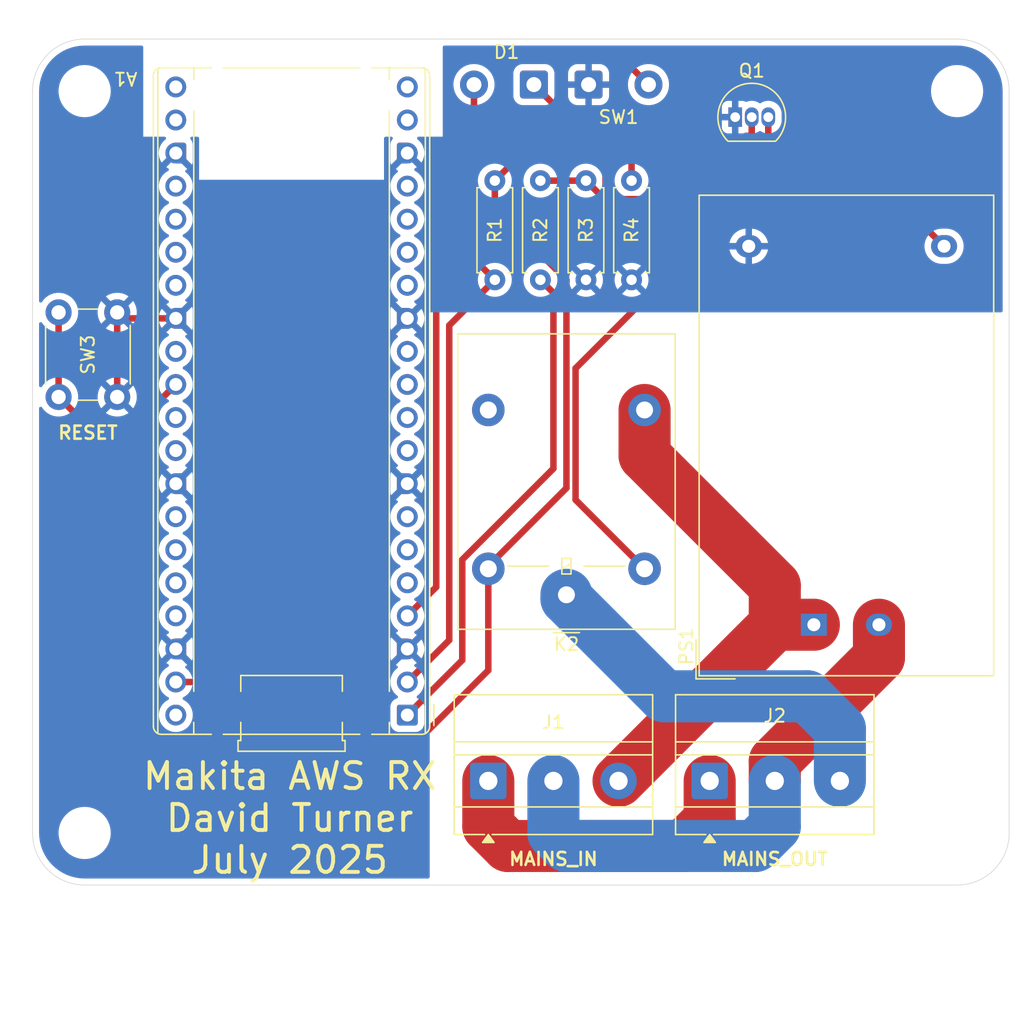
<source format=kicad_pcb>
(kicad_pcb (version 20241229) (generator "pcbnew") (generator_version "9.0")
  (layers (0 "F.Cu" signal) (2 "B.Cu" signal) (13 "F.Paste" user) (15 "B.Paste" user) (5 "F.SilkS" user "F.Silkscreen") (7 "B.SilkS" user "B.Silkscreen") (1 "F.Mask" user) (3 "B.Mask" user) (25 "Edge.Cuts" user))
  (net 0 "")
  (net 4 "GND")
  (net 6 "/SW_PUSH")
  (net 19 "/COIL")
  (net 20 "/LED")
  (net 28 "+5V")
  (net 29 "/RUN")
  (net 34 "Net-(D1-K)")
  (net 35 "/MAINS_N")
  (net 36 "/MAINS_L_IN")
  (net 37 "/MAINS_L_OUT")
  (net 38 "Net-(Q1-G)")
  (net 39 "Net-(Q1-D)")
  (net 40 "/MAINS_E")
  (footprint "Connector_Wire:SolderWire-0.5sqmm_1x02_P4.6mm_D0.9mm_OD2.1mm" (layer "F.Cu") (at 198 55.5 180)
    (property "Reference" "D1" (at 2.1 2.5 0) (layer "F.SilkS"))
    (property "Value" "LED")
    (pad "1" thru_hole roundrect (at 0 0 180) (size 2.15 2.15) (drill 1.15) (layers "*.Cu" "*.Mask") (roundrect_rratio 0.116279) (net 34 "Net-(D1-K)"))
    (pad "2" thru_hole circle (at 4.6 0 180) (size 2.15 2.15) (drill 1.15) (layers "*.Cu" "*.Mask") (net 20 "/LED"))
  )
  (footprint "Resistor_THT:R_Axial_DIN0207_L6.3mm_D2.5mm_P7.62mm_Horizontal" (layer "F.Cu") (at 198.5 70.5 90)
    (property "Reference" "R2" (at 3.81 0 90) (layer "F.SilkS"))
    (property "Value" "10k")
    (fp_line (start 7.08 -1.37) (end 7.08 -1.04) (stroke (width 0.12)) (layer "F.SilkS"))
    (fp_line (start 0.54 -1.37) (end 7.08 -1.37) (stroke (width 0.12)) (layer "F.SilkS"))
    (fp_line (start 0.54 -1.04) (end 0.54 -1.37) (stroke (width 0.12)) (layer "F.SilkS"))
    (fp_line (start 0.54 1.04) (end 0.54 1.37) (stroke (width 0.12)) (layer "F.SilkS"))
    (fp_line (start 7.08 1.37) (end 7.08 1.04) (stroke (width 0.12)) (layer "F.SilkS"))
    (fp_line (start 0.54 1.37) (end 7.08 1.37) (stroke (width 0.12)) (layer "F.SilkS"))
    (pad "1" thru_hole circle (at 0 0 90) (size 1.6 1.6) (drill 0.8) (layers "*.Cu" "*.Mask") (net 19 "/COIL"))
    (pad "2" thru_hole circle (at 7.62 0 90) (size 1.6 1.6) (drill 0.8) (layers "*.Cu" "*.Mask") (net 38 "Net-(Q1-G)"))
  )
  (footprint "MountingHole:MountingHole_3.5mm" (layer "F.Cu") (at 230.5 56)
    (property "Reference" "H2" (hide yes))
    (property "Value" "MountingHole")
    (pad "" np_thru_hole circle (at 0 0) (size 3.5 3.5) (drill 3.5) (layers "*.Cu" "*.Mask"))
  )
  (footprint "Package_TO_SOT_THT:TO-92_Inline" (layer "F.Cu") (at 213.46 58)
    (property "Reference" "Q1" (at 1.27 -3.56 0) (layer "F.SilkS"))
    (property "Value" "2N7000")
    (fp_line (start -0.53 1.85) (end 3.07 1.85) (stroke (width 0.12)) (layer "F.SilkS"))
    (fp_arc (start -0.568478 1.838478) (mid -1.132087 -0.994977) (end 1.27 -2.6) (stroke (width 0.12)) (layer "F.SilkS"))
    (fp_arc (start 1.27 -2.6) (mid 3.672087 -0.994977) (end 3.108478 1.838478) (stroke (width 0.12)) (layer "F.SilkS"))
    (pad "1" thru_hole rect (at 0 0) (size 1.05 1.5) (drill 0.75) (layers "*.Cu" "*.Mask") (net 4 "GND"))
    (pad "2" thru_hole oval (at 1.27 0) (size 1.05 1.5) (drill 0.75) (layers "*.Cu" "*.Mask") (net 38 "Net-(Q1-G)"))
    (pad "3" thru_hole oval (at 2.54 0) (size 1.05 1.5) (drill 0.75) (layers "*.Cu" "*.Mask") (net 39 "Net-(Q1-D)"))
  )
  (footprint "TerminalBlock_MetzConnect:TerminalBlock_MetzConnect_Type011_RT05503HBLC_1x03_P5.00mm_Horizontal" (layer "F.Cu") (at 194.5 109)
    (property "Reference" "J1" (at 5 -4.5 0) (layer "F.SilkS"))
    (property "Value" "MAINS_IN" (at 5 6 0) (layer "F.SilkS") (effects (font (thickness 0.2) (bold yes))))
    (fp_line (start -2.62 -6.62) (end -2.62 4.12) (stroke (width 0.12)) (layer "F.SilkS"))
    (fp_line (start -2.62 -6.62) (end 12.62 -6.62) (stroke (width 0.12)) (layer "F.SilkS"))
    (fp_line (start -2.62 -3) (end 12.62 -3) (stroke (width 0.12)) (layer "F.SilkS"))
    (fp_line (start -2.62 -2) (end 12.62 -2) (stroke (width 0.12)) (layer "F.SilkS"))
    (fp_line (start -2.62 2) (end 12.62 2) (stroke (width 0.12)) (layer "F.SilkS"))
    (fp_line (start -2.62 4.12) (end -0.3 4.12) (stroke (width 0.12)) (layer "F.SilkS"))
    (fp_line (start 0.3 4.12) (end 12.62 4.12) (stroke (width 0.12)) (layer "F.SilkS"))
    (fp_line (start 12.62 -6.62) (end 12.62 4.12) (stroke (width 0.12)) (layer "F.SilkS"))
    (fp_poly (pts (xy 0 4.12) (xy 0.44 4.73) (xy -0.44 4.73)) (stroke (width 0.12)) (fill yes) (layer "F.SilkS"))
    (pad "1" thru_hole roundrect (at 0 0) (size 2.8 2.8) (drill 1.4) (layers "*.Cu" "*.Mask") (roundrect_rratio 0.089286) (net 40 "/MAINS_E"))
    (pad "2" thru_hole circle (at 5 0) (size 2.8 2.8) (drill 1.4) (layers "*.Cu" "*.Mask") (net 35 "/MAINS_N"))
    (pad "3" thru_hole circle (at 10 0) (size 2.8 2.8) (drill 1.4) (layers "*.Cu" "*.Mask") (net 36 "/MAINS_L_IN"))
  )
  (footprint "Resistor_THT:R_Axial_DIN0207_L6.3mm_D2.5mm_P7.62mm_Horizontal" (layer "F.Cu") (at 202 70.5 90)
    (property "Reference" "R3" (at 3.81 0 90) (layer "F.SilkS"))
    (property "Value" "10k")
    (fp_line (start 7.08 -1.37) (end 7.08 -1.04) (stroke (width 0.12)) (layer "F.SilkS"))
    (fp_line (start 0.54 -1.37) (end 7.08 -1.37) (stroke (width 0.12)) (layer "F.SilkS"))
    (fp_line (start 0.54 -1.04) (end 0.54 -1.37) (stroke (width 0.12)) (layer "F.SilkS"))
    (fp_line (start 0.54 1.04) (end 0.54 1.37) (stroke (width 0.12)) (layer "F.SilkS"))
    (fp_line (start 7.08 1.37) (end 7.08 1.04) (stroke (width 0.12)) (layer "F.SilkS"))
    (fp_line (start 0.54 1.37) (end 7.08 1.37) (stroke (width 0.12)) (layer "F.SilkS"))
    (pad "1" thru_hole circle (at 0 0 90) (size 1.6 1.6) (drill 0.8) (layers "*.Cu" "*.Mask") (net 4 "GND"))
    (pad "2" thru_hole circle (at 7.62 0 90) (size 1.6 1.6) (drill 0.8) (layers "*.Cu" "*.Mask") (net 38 "Net-(Q1-G)"))
  )
  (footprint "Resistor_THT:R_Axial_DIN0207_L6.3mm_D2.5mm_P7.62mm_Horizontal" (layer "F.Cu") (at 205.5 62.88 -90)
    (property "Reference" "R4" (at 3.81 0 90) (layer "F.SilkS"))
    (property "Value" "470")
    (fp_line (start 0.54 1.37) (end 7.08 1.37) (stroke (width 0.12)) (layer "F.SilkS"))
    (fp_line (start 7.08 1.37) (end 7.08 1.04) (stroke (width 0.12)) (layer "F.SilkS"))
    (fp_line (start 0.54 1.04) (end 0.54 1.37) (stroke (width 0.12)) (layer "F.SilkS"))
    (fp_line (start 0.54 -1.04) (end 0.54 -1.37) (stroke (width 0.12)) (layer "F.SilkS"))
    (fp_line (start 0.54 -1.37) (end 7.08 -1.37) (stroke (width 0.12)) (layer "F.SilkS"))
    (fp_line (start 7.08 -1.37) (end 7.08 -1.04) (stroke (width 0.12)) (layer "F.SilkS"))
    (pad "1" thru_hole circle (at 0 0 270) (size 1.6 1.6) (drill 0.8) (layers "*.Cu" "*.Mask") (net 34 "Net-(D1-K)"))
    (pad "2" thru_hole circle (at 7.62 0 270) (size 1.6 1.6) (drill 0.8) (layers "*.Cu" "*.Mask") (net 4 "GND"))
  )
  (footprint "Connector_Wire:SolderWire-0.5sqmm_1x02_P4.6mm_D0.9mm_OD2.1mm" (layer "F.Cu") (at 202.2 55.5)
    (property "Reference" "SW1" (at 2.3 2.5 0) (layer "F.SilkS"))
    (property "Value" "SW_Push")
    (pad "1" thru_hole roundrect (at 0 0) (size 2.15 2.15) (drill 1.15) (layers "*.Cu" "*.Mask") (roundrect_rratio 0.116279) (net 4 "GND"))
    (pad "2" thru_hole circle (at 4.6 0) (size 2.15 2.15) (drill 1.15) (layers "*.Cu" "*.Mask") (net 6 "/SW_PUSH"))
  )
  (footprint "Module:RaspberryPi_Pico_Common_THT" (layer "F.Cu") (at 188.28 103.94 180)
    (property "Reference" "A1" (at 20.6375 48.895 180) (layer "F.SilkS") (effects (justify left)))
    (property "Value" "RaspberryPi_Pico_W")
    (fp_line (start 19.5 -0.87) (end 19.5 49.13) (stroke (width 0.12)) (layer "F.SilkS"))
    (fp_line (start 19.16 49.677) (end 19.16 -1.417) (stroke (width 0.12)) (layer "F.SilkS"))
    (fp_line (start 18.89 -1.48) (end 16.4 -1.48) (stroke (width 0.12)) (layer "F.SilkS"))
    (fp_line (start 16.4 48.82648) (end 16.4 49.74) (stroke (width 0.12)) (layer "F.SilkS"))
    (fp_line (start 16.4 1.82648) (end 16.4 46.43352) (stroke (width 0.12)) (layer "F.SilkS"))
    (fp_line (start 16.4 -1.48) (end 16.4 -0.56648) (stroke (width 0.12)) (layer "F.SilkS"))
    (fp_line (start 15.052061 49.74) (end 18.89 49.74) (stroke (width 0.12)) (layer "F.SilkS"))
    (fp_line (start 15.052061 -1.48) (end 16.4 -1.48) (stroke (width 0.12)) (layer "F.SilkS"))
    (fp_line (start 14.127939 49.74) (end 12.49 49.74) (stroke (width 0.12)) (layer "F.SilkS"))
    (fp_line (start 13.125 -1.48) (end 14.127939 -1.48) (stroke (width 0.12)) (layer "F.SilkS"))
    (fp_line (start 13 -1.96) (end 12.79 -1.96) (stroke (width 0.12)) (layer "F.SilkS"))
    (fp_line (start 13 -2.78) (end 13 -1.96) (stroke (width 0.12)) (layer "F.SilkS"))
    (fp_line (start 12.79 3.04) (end 4.99 3.04) (stroke (width 0.12)) (layer "F.SilkS"))
    (fp_line (start 12.79 1.824) (end 12.79 3.04) (stroke (width 0.12)) (layer "F.SilkS"))
    (fp_line (start 12.79 -1.96) (end 12.79 -0.564) (stroke (width 0.12)) (layer "F.SilkS"))
    (fp_line (start 12.49 49.74) (end 5.29 49.74) (stroke (width 0.12)) (layer "F.SilkS"))
    (fp_line (start 5.29 49.74) (end 3.652061 49.74) (stroke (width 0.12)) (layer "F.SilkS"))
    (fp_line (start 4.99 1.824) (end 4.99 3.04) (stroke (width 0.12)) (layer "F.SilkS"))
    (fp_line (start 4.99 -1.96) (end 4.99 -0.564) (stroke (width 0.12)) (layer "F.SilkS"))
    (fp_line (start 4.78 -1.96) (end 4.99 -1.96) (stroke (width 0.12)) (layer "F.SilkS"))
    (fp_line (start 4.78 -2.78) (end 13 -2.78) (stroke (width 0.12)) (layer "F.SilkS"))
    (fp_line (start 4.78 -2.78) (end 4.78 -1.96) (stroke (width 0.12)) (layer "F.SilkS"))
    (fp_line (start 4.655 -1.48) (end 13.125 -1.48) (stroke (width 0.12)) (layer "F.SilkS"))
    (fp_line (start 3.652061 -1.48) (end 4.655 -1.48) (stroke (width 0.12)) (layer "F.SilkS"))
    (fp_line (start 1.38 48.82648) (end 1.38 49.74) (stroke (width 0.12)) (layer "F.SilkS"))
    (fp_line (start 1.38 1.82648) (end 1.38 46.43352) (stroke (width 0.12)) (layer "F.SilkS"))
    (fp_line (start 1.38 -1.48) (end 2.72794 -1.48) (stroke (width 0.12)) (layer "F.SilkS"))
    (fp_line (start 1.38 -1.48) (end 1.38 -0.56648) (stroke (width 0.12)) (layer "F.SilkS"))
    (fp_line (start -1.11 49.74) (end 2.727939 49.74) (stroke (width 0.12)) (layer "F.SilkS"))
    (fp_line (start -1.11 -1.48) (end 1.38 -1.48) (stroke (width 0.12)) (layer "F.SilkS"))
    (fp_line (start -1.38 -1.417) (end -1.38 49.677) (stroke (width 0.12)) (layer "F.SilkS"))
    (fp_line (start -1.72 -0.87) (end -1.72 49.13) (stroke (width 0.12)) (layer "F.SilkS"))
    (fp_line (start -2.04 0.8) (end -2.04 -0.8) (stroke (width 0.12)) (layer "F.SilkS"))
    (fp_arc (start 19.5 49.13) (mid 19.321335 49.561335) (end 18.89 49.74) (stroke (width 0.12)) (layer "F.SilkS"))
    (fp_arc (start 18.89 -1.48) (mid 19.321335 -1.301335) (end 19.5 -0.87) (stroke (width 0.12)) (layer "F.SilkS"))
    (fp_arc (start -1.11 49.74) (mid -1.541364 49.561364) (end -1.72 49.13) (stroke (width 0.12)) (layer "F.SilkS"))
    (fp_arc (start -1.72 -0.87) (mid -1.541335 -1.301335) (end -1.11 -1.48) (stroke (width 0.12)) (layer "F.SilkS"))
    (pad "1" thru_hole roundrect (at 0 0 180) (size 1.6 1.6) (drill 1) (layers "*.Cu" "*.Mask") (roundrect_rratio 0.125) (net 19 "/COIL"))
    (pad "2" thru_hole circle (at 0 2.54 180) (size 1.6 1.6) (drill 1) (layers "*.Cu" "*.Mask") (net 6 "/SW_PUSH"))
    (pad "3" thru_hole custom (at 0 5.08 180) (size 1.6 1.6) (drill 1) (layers "*.Cu" "*.Mask") (net 4 "GND") (options (clearance outline) (anchor circle)) (primitives (gr_poly (pts (xy 0.8 0.6) (xy 0.8 -0.6) (xy 0.6 -0.8) (xy 0 -0.8) (xy 0 0.8) (xy 0.6 0.8)) (width 0) (fill yes)) (gr_circle (center 0.6 0.6) (end 0.8 0.6) (width 0) (fill yes)) (gr_circle (center 0.6 -0.6) (end 0.8 -0.6) (width 0) (fill yes))))
    (pad "4" thru_hole circle (at 0 7.62 180) (size 1.6 1.6) (drill 1) (layers "*.Cu" "*.Mask") (net 20 "/LED"))
    (pad "5" thru_hole circle (at 0 10.16 180) (size 1.6 1.6) (drill 1) (layers "*.Cu" "*.Mask"))
    (pad "6" thru_hole circle (at 0 12.7 180) (size 1.6 1.6) (drill 1) (layers "*.Cu" "*.Mask"))
    (pad "7" thru_hole circle (at 0 15.24 180) (size 1.6 1.6) (drill 1) (layers "*.Cu" "*.Mask"))
    (pad "8" thru_hole custom (at 0 17.78 180) (size 1.6 1.6) (drill 1) (layers "*.Cu" "*.Mask") (net 4 "GND") (options (clearance outline) (anchor circle)) (primitives (gr_poly (pts (xy 0.8 0.6) (xy 0.8 -0.6) (xy 0.6 -0.8) (xy 0 -0.8) (xy 0 0.8) (xy 0.6 0.8)) (width 0) (fill yes)) (gr_circle (center 0.6 0.6) (end 0.8 0.6) (width 0) (fill yes)) (gr_circle (center 0.6 -0.6) (end 0.8 -0.6) (width 0) (fill yes))))
    (pad "9" thru_hole circle (at 0 20.32 180) (size 1.6 1.6) (drill 1) (layers "*.Cu" "*.Mask"))
    (pad "10" thru_hole circle (at 0 22.86 180) (size 1.6 1.6) (drill 1) (layers "*.Cu" "*.Mask"))
    (pad "11" thru_hole circle (at 0 25.4 180) (size 1.6 1.6) (drill 1) (layers "*.Cu" "*.Mask"))
    (pad "12" thru_hole circle (at 0 27.94 180) (size 1.6 1.6) (drill 1) (layers "*.Cu" "*.Mask"))
    (pad "13" thru_hole custom (at 0 30.48 180) (size 1.6 1.6) (drill 1) (layers "*.Cu" "*.Mask") (net 4 "GND") (options (clearance outline) (anchor circle)) (primitives (gr_poly (pts (xy 0.8 0.6) (xy 0.8 -0.6) (xy 0.6 -0.8) (xy 0 -0.8) (xy 0 0.8) (xy 0.6 0.8)) (width 0) (fill yes)) (gr_circle (center 0.6 0.6) (end 0.8 0.6) (width 0) (fill yes)) (gr_circle (center 0.6 -0.6) (end 0.8 -0.6) (width 0) (fill yes))))
    (pad "14" thru_hole circle (at 0 33.02 180) (size 1.6 1.6) (drill 1) (layers "*.Cu" "*.Mask"))
    (pad "15" thru_hole circle (at 0 35.56 180) (size 1.6 1.6) (drill 1) (layers "*.Cu" "*.Mask"))
    (pad "16" thru_hole circle (at 0 38.1 180) (size 1.6 1.6) (drill 1) (layers "*.Cu" "*.Mask"))
    (pad "17" thru_hole circle (at 0 40.64 180) (size 1.6 1.6) (drill 1) (layers "*.Cu" "*.Mask"))
    (pad "18" thru_hole custom (at 0 43.18 180) (size 1.6 1.6) (drill 1) (layers "*.Cu" "*.Mask") (net 4 "GND") (options (clearance outline) (anchor circle)) (primitives (gr_poly (pts (xy 0.8 0.6) (xy 0.8 -0.6) (xy 0.6 -0.8) (xy 0 -0.8) (xy 0 0.8) (xy 0.6 0.8)) (width 0) (fill yes)) (gr_circle (center 0.6 0.6) (end 0.8 0.6) (width 0) (fill yes)) (gr_circle (center 0.6 -0.6) (end 0.8 -0.6) (width 0) (fill yes))))
    (pad "19" thru_hole circle (at 0 45.72 180) (size 1.6 1.6) (drill 1) (layers "*.Cu" "*.Mask"))
    (pad "20" thru_hole circle (at 0 48.26 180) (size 1.6 1.6) (drill 1) (layers "*.Cu" "*.Mask"))
    (pad "21" thru_hole circle (at 17.78 48.26 180) (size 1.6 1.6) (drill 1) (layers "*.Cu" "*.Mask"))
    (pad "22" thru_hole circle (at 17.78 45.72 180) (size 1.6 1.6) (drill 1) (layers "*.Cu" "*.Mask"))
    (pad "23" thru_hole custom (at 17.78 43.18 180) (size 1.6 1.6) (drill 1) (layers "*.Cu" "*.Mask") (net 4 "GND") (options (clearance outline) (anchor circle)) (primitives (gr_poly (pts (xy -0.8 0.6) (xy -0.8 -0.6) (xy -0.6 -0.8) (xy 0 -0.8) (xy 0 0.8) (xy -0.6 0.8)) (width 0) (fill yes)) (gr_circle (center -0.6 0.6) (end -0.4 0.6) (width 0) (fill yes)) (gr_circle (center -0.6 -0.6) (end -0.4 -0.6) (width 0) (fill yes))))
    (pad "24" thru_hole circle (at 17.78 40.64 180) (size 1.6 1.6) (drill 1) (layers "*.Cu" "*.Mask"))
    (pad "25" thru_hole circle (at 17.78 38.1 180) (size 1.6 1.6) (drill 1) (layers "*.Cu" "*.Mask"))
    (pad "26" thru_hole circle (at 17.78 35.56 180) (size 1.6 1.6) (drill 1) (layers "*.Cu" "*.Mask"))
    (pad "27" thru_hole circle (at 17.78 33.02 180) (size 1.6 1.6) (drill 1) (layers "*.Cu" "*.Mask"))
    (pad "28" thru_hole custom (at 17.78 30.48 180) (size 1.6 1.6) (drill 1) (layers "*.Cu" "*.Mask") (net 4 "GND") (options (clearance outline) (anchor circle)) (primitives (gr_poly (pts (xy -0.8 0.6) (xy -0.8 -0.6) (xy -0.6 -0.8) (xy 0 -0.8) (xy 0 0.8) (xy -0.6 0.8)) (width 0) (fill yes)) (gr_circle (center -0.6 0.6) (end -0.4 0.6) (width 0) (fill yes)) (gr_circle (center -0.6 -0.6) (end -0.4 -0.6) (width 0) (fill yes))))
    (pad "29" thru_hole circle (at 17.78 27.94 180) (size 1.6 1.6) (drill 1) (layers "*.Cu" "*.Mask"))
    (pad "30" thru_hole circle (at 17.78 25.4 180) (size 1.6 1.6) (drill 1) (layers "*.Cu" "*.Mask") (net 29 "/RUN"))
    (pad "31" thru_hole circle (at 17.78 22.86 180) (size 1.6 1.6) (drill 1) (layers "*.Cu" "*.Mask"))
    (pad "32" thru_hole circle (at 17.78 20.32 180) (size 1.6 1.6) (drill 1) (layers "*.Cu" "*.Mask"))
    (pad "33" thru_hole custom (at 17.78 17.78 180) (size 1.6 1.6) (drill 1) (layers "*.Cu" "*.Mask") (net 4 "GND") (options (clearance outline) (anchor circle)) (primitives (gr_poly (pts (xy -0.8 0.6) (xy -0.8 -0.6) (xy -0.6 -0.8) (xy 0 -0.8) (xy 0 0.8) (xy -0.6 0.8)) (width 0) (fill yes)) (gr_circle (center -0.6 0.6) (end -0.4 0.6) (width 0) (fill yes)) (gr_circle (center -0.6 -0.6) (end -0.4 -0.6) (width 0) (fill yes))))
    (pad "34" thru_hole circle (at 17.78 15.24 180) (size 1.6 1.6) (drill 1) (layers "*.Cu" "*.Mask"))
    (pad "35" thru_hole circle (at 17.78 12.7 180) (size 1.6 1.6) (drill 1) (layers "*.Cu" "*.Mask"))
    (pad "36" thru_hole circle (at 17.78 10.16 180) (size 1.6 1.6) (drill 1) (layers "*.Cu" "*.Mask"))
    (pad "37" thru_hole circle (at 17.78 7.62 180) (size 1.6 1.6) (drill 1) (layers "*.Cu" "*.Mask"))
    (pad "38" thru_hole custom (at 17.78 5.08 180) (size 1.6 1.6) (drill 1) (layers "*.Cu" "*.Mask") (net 4 "GND") (options (clearance outline) (anchor circle)) (primitives (gr_poly (pts (xy -0.8 0.6) (xy -0.8 -0.6) (xy -0.6 -0.8) (xy 0 -0.8) (xy 0 0.8) (xy -0.6 0.8)) (width 0) (fill yes)) (gr_circle (center -0.6 0.6) (end -0.4 0.6) (width 0) (fill yes)) (gr_circle (center -0.6 -0.6) (end -0.4 -0.6) (width 0) (fill yes))))
    (pad "39" thru_hole circle (at 17.78 2.54 180) (size 1.6 1.6) (drill 1) (layers "*.Cu" "*.Mask") (net 28 "+5V"))
    (pad "40" thru_hole circle (at 17.78 0 180) (size 1.6 1.6) (drill 1) (layers "*.Cu" "*.Mask"))
    (zone (net 0) (net_name "") (layers "F.Cu" "B.Cu" "F.Paste" "B.Paste") (name "Antenna Copper Keep Out") (connect_pads (clearance 0)) (min_thickness 0.254)
      (keepout (tracks not_allowed) (vias not_allowed) (pads not_allowed) (copperpour not_allowed) (footprints allowed))
      (fill (thermal_gap 0.508) (thermal_bridge_width 0.508))
      (polygon (pts (xy 181.79 54.820105) (xy 186.49 58.470105) (xy 186.49 62.81) (xy 172.29 62.81) (xy 172.29 58.470105) (xy 176.99 54.820105) (xy 176.99 53.81) (xy 181.79 53.81)))
    )
  )
  (footprint "MountingHole:MountingHole_3.5mm" (layer "F.Cu") (at 163.5 56)
    (property "Reference" "H1" (hide yes))
    (property "Value" "MountingHole")
    (pad "" np_thru_hole circle (at 0 0) (size 3.5 3.5) (drill 3.5) (layers "*.Cu" "*.Mask"))
  )
  (footprint "Relay_THT:Relay_SPDT_Omron-G5LE-1" (layer "F.Cu") (at 200.5 94.7 180)
    (property "Reference" "K2" (at 0 -3.8 0) (layer "F.SilkS"))
    (property "Value" "G5LE-1")
    (fp_line (start 8.35 20.05) (end 8.35 -2.65) (stroke (width 0.12)) (layer "F.SilkS"))
    (fp_line (start 8.35 -2.65) (end -8.35 -2.65) (stroke (width 0.12)) (layer "F.SilkS"))
    (fp_line (start 1.35 2.2) (end 4.5 2.2) (stroke (width 0.12)) (layer "F.SilkS"))
    (fp_line (start 0.35 2.8) (end 0.35 1.6) (stroke (width 0.12)) (layer "F.SilkS"))
    (fp_line (start 0.35 1.6) (end -0.35 1.6) (stroke (width 0.12)) (layer "F.SilkS"))
    (fp_line (start -0.35 2.8) (end 0.35 2.8) (stroke (width 0.12)) (layer "F.SilkS"))
    (fp_line (start -0.35 2.4) (end 0.35 2) (stroke (width 0.12)) (layer "F.SilkS"))
    (fp_line (start -0.35 1.6) (end -0.35 2.8) (stroke (width 0.12)) (layer "F.SilkS"))
    (fp_line (start -1 -2.91) (end 1 -2.91) (stroke (width 0.12)) (layer "F.SilkS"))
    (fp_line (start -4.5 2.2) (end -1.35 2.2) (stroke (width 0.12)) (layer "F.SilkS"))
    (fp_line (start -8.35 20.05) (end 8.35 20.05) (stroke (width 0.12)) (layer "F.SilkS"))
    (fp_line (start -8.35 -2.65) (end -8.35 20.05) (stroke (width 0.12)) (layer "F.SilkS"))
    (pad "1" thru_hole rect (at 0 0 180) (size 2.5 2.5) (drill 1.3) (layers "*.Cu" "*.Mask") (net 37 "/MAINS_L_OUT"))
    (pad "2" thru_hole oval (at -6 2 180) (size 2.5 2.5) (drill 1.3) (layers "*.Cu" "*.Mask") (net 39 "Net-(Q1-D)"))
    (pad "3" thru_hole oval (at -6 14.2 180) (size 2.5 2.5) (drill 1.3) (layers "*.Cu" "*.Mask") (net 36 "/MAINS_L_IN"))
    (pad "4" thru_hole oval (at 6 14.2 180) (size 2.5 2.5) (drill 1.3) (layers "*.Cu" "*.Mask"))
    (pad "5" thru_hole oval (at 6 2 180) (size 2.5 2.5) (drill 1.3) (layers "*.Cu" "*.Mask") (net 28 "+5V"))
  )
  (footprint "Converter_ACDC:Converter_ACDC_Hi-Link_HLK-PMxx" (layer "F.Cu") (at 219.5 97 90)
    (property "Reference" "PS1" (at -1.66 -9.79 90) (layer "F.SilkS"))
    (property "Value" "HLK-PM01")
    (fp_line (start -4.16 -9.05) (end -1.16 -9.05) (stroke (width 0.12)) (layer "F.SilkS"))
    (fp_line (start 33 -8.81) (end 33 13.81) (stroke (width 0.12)) (layer "F.SilkS"))
    (fp_line (start -3.92 -8.81) (end 33 -8.81) (stroke (width 0.12)) (layer "F.SilkS"))
    (fp_line (start -3.92 -8.81) (end -3.92 13.81) (stroke (width 0.12)) (layer "F.SilkS"))
    (fp_line (start -4.16 -6.05) (end -4.16 -9.05) (stroke (width 0.12)) (layer "F.SilkS"))
    (fp_line (start -3.92 13.81) (end 33 13.81) (stroke (width 0.12)) (layer "F.SilkS"))
    (pad "1" thru_hole rect (at 0 0 90) (size 1.7 2) (drill 1) (layers "*.Cu" "*.Mask") (net 36 "/MAINS_L_IN"))
    (pad "2" thru_hole oval (at 0 5 90) (size 1.7 2) (drill 1) (layers "*.Cu" "*.Mask") (net 35 "/MAINS_N"))
    (pad "3" thru_hole oval (at 29.08 -5 90) (size 1.7 2) (drill 1) (layers "*.Cu" "*.Mask") (net 4 "GND"))
    (pad "4" thru_hole oval (at 29.08 10 90) (size 1.7 2) (drill 1) (layers "*.Cu" "*.Mask") (net 28 "+5V"))
  )
  (footprint "MountingHole:MountingHole_3.5mm" (layer "F.Cu") (at 230.5 113)
    (property "Reference" "H4" (hide yes))
    (property "Value" "MountingHole")
    (pad "" np_thru_hole circle (at 0 0) (size 3.5 3.5) (drill 3.5) (layers "*.Cu" "*.Mask"))
  )
  (footprint "MountingHole:MountingHole_3.5mm" (layer "F.Cu") (at 163.5 113)
    (property "Reference" "H3" (hide yes))
    (property "Value" "MountingHole")
    (pad "" np_thru_hole circle (at 0 0) (size 3.5 3.5) (drill 3.5) (layers "*.Cu" "*.Mask"))
  )
  (footprint "Resistor_THT:R_Axial_DIN0207_L6.3mm_D2.5mm_P7.62mm_Horizontal" (layer "F.Cu") (at 195 62.88 -90)
    (property "Reference" "R1" (at 3.81 0 90) (layer "F.SilkS"))
    (property "Value" "10k")
    (fp_line (start 0.54 1.37) (end 7.08 1.37) (stroke (width 0.12)) (layer "F.SilkS"))
    (fp_line (start 7.08 1.37) (end 7.08 1.04) (stroke (width 0.12)) (layer "F.SilkS"))
    (fp_line (start 0.54 1.04) (end 0.54 1.37) (stroke (width 0.12)) (layer "F.SilkS"))
    (fp_line (start 0.54 -1.04) (end 0.54 -1.37) (stroke (width 0.12)) (layer "F.SilkS"))
    (fp_line (start 0.54 -1.37) (end 7.08 -1.37) (stroke (width 0.12)) (layer "F.SilkS"))
    (fp_line (start 7.08 -1.37) (end 7.08 -1.04) (stroke (width 0.12)) (layer "F.SilkS"))
    (pad "1" thru_hole circle (at 0 0 270) (size 1.6 1.6) (drill 0.8) (layers "*.Cu" "*.Mask") (net 28 "+5V"))
    (pad "2" thru_hole circle (at 7.62 0 270) (size 1.6 1.6) (drill 0.8) (layers "*.Cu" "*.Mask") (net 6 "/SW_PUSH"))
  )
  (footprint "TerminalBlock_MetzConnect:TerminalBlock_MetzConnect_Type011_RT05503HBLC_1x03_P5.00mm_Horizontal" (layer "F.Cu") (at 211.5 109)
    (property "Reference" "J2" (at 5 -5 0) (layer "F.SilkS"))
    (property "Value" "MAINS_OUT" (at 5 6 0) (layer "F.SilkS") (effects (font (thickness 0.2) (bold yes))))
    (fp_line (start -2.62 -6.62) (end -2.62 4.12) (stroke (width 0.12)) (layer "F.SilkS"))
    (fp_line (start -2.62 -6.62) (end 12.62 -6.62) (stroke (width 0.12)) (layer "F.SilkS"))
    (fp_line (start -2.62 -3) (end 12.62 -3) (stroke (width 0.12)) (layer "F.SilkS"))
    (fp_line (start -2.62 -2) (end 12.62 -2) (stroke (width 0.12)) (layer "F.SilkS"))
    (fp_line (start -2.62 2) (end 12.62 2) (stroke (width 0.12)) (layer "F.SilkS"))
    (fp_line (start -2.62 4.12) (end -0.3 4.12) (stroke (width 0.12)) (layer "F.SilkS"))
    (fp_line (start 0.3 4.12) (end 12.62 4.12) (stroke (width 0.12)) (layer "F.SilkS"))
    (fp_line (start 12.62 -6.62) (end 12.62 4.12) (stroke (width 0.12)) (layer "F.SilkS"))
    (fp_poly (pts (xy 0 4.12) (xy 0.44 4.73) (xy -0.44 4.73)) (stroke (width 0.12)) (fill yes) (layer "F.SilkS"))
    (pad "1" thru_hole roundrect (at 0 0) (size 2.8 2.8) (drill 1.4) (layers "*.Cu" "*.Mask") (roundrect_rratio 0.089286) (net 40 "/MAINS_E"))
    (pad "2" thru_hole circle (at 5 0) (size 2.8 2.8) (drill 1.4) (layers "*.Cu" "*.Mask") (net 35 "/MAINS_N"))
    (pad "3" thru_hole circle (at 10 0) (size 2.8 2.8) (drill 1.4) (layers "*.Cu" "*.Mask") (net 37 "/MAINS_L_OUT"))
  )
  (footprint "Button_Switch_THT:SW_PUSH_6mm_H4.3mm" (layer "F.Cu") (at 166 73 -90)
    (property "Reference" "SW3" (at 3.25 2.25 90) (layer "F.SilkS"))
    (property "Value" "RESET" (at 9.25 2.25 180) (layer "F.SilkS") (effects (font (thickness 0.2) (bold yes))))
    (fp_line (start 1 5.5) (end 5.5 5.5) (stroke (width 0.12)) (layer "F.SilkS"))
    (fp_line (start 6.75 3) (end 6.75 1.5) (stroke (width 0.12)) (layer "F.SilkS"))
    (fp_line (start -0.25 1.5) (end -0.25 3) (stroke (width 0.12)) (layer "F.SilkS"))
    (fp_line (start 5.5 -1) (end 1 -1) (stroke (width 0.12)) (layer "F.SilkS"))
    (pad "1" thru_hole circle (at 0 0) (size 2 2) (drill 1.1) (layers "*.Cu" "*.Mask") (net 4 "GND"))
    (pad "1" thru_hole circle (at 6.5 0) (size 2 2) (drill 1.1) (layers "*.Cu" "*.Mask") (net 4 "GND"))
    (pad "2" thru_hole circle (at 0 4.5) (size 2 2) (drill 1.1) (layers "*.Cu" "*.Mask") (net 29 "/RUN"))
    (pad "2" thru_hole circle (at 6.5 4.5) (size 2 2) (drill 1.1) (layers "*.Cu" "*.Mask") (net 29 "/RUN"))
  )
  (gr_arc (start 230.5 52) (mid 233.328427 53.171573) (end 234.5 56) (stroke (width 0.05)) (layer "Edge.Cuts"))
  (gr_arc (start 234.5 113) (mid 233.328427 115.828427) (end 230.5 117) (stroke (width 0.05)) (layer "Edge.Cuts"))
  (gr_line (start 163.5 52) (end 230.5 52) (stroke (width 0.05)) (layer "Edge.Cuts"))
  (gr_line (start 159.5 113) (end 159.5 56) (stroke (width 0.05)) (layer "Edge.Cuts"))
  (gr_line (start 230.5 117) (end 163.5 117) (stroke (width 0.05)) (layer "Edge.Cuts"))
  (gr_arc (start 159.5 56) (mid 160.671573 53.171573) (end 163.5 52) (stroke (width 0.05)) (layer "Edge.Cuts"))
  (gr_arc (start 163.5 117) (mid 160.671573 115.828427) (end 159.5 113) (stroke (width 0.05)) (layer "Edge.Cuts"))
  (gr_line (start 234.5 56) (end 234.5 113) (stroke (width 0.05)) (layer "Edge.Cuts"))
  (gr_text "Makita AWS RX\nDavid Turner\nJuly 2025" (at 179.25 116.25 0) (layer "F.SilkS") (effects (font (size 2 2) (thickness 0.3)) (justify bottom)))
  (segment (start 166.46 73.46) (end 166 73) (width 0.5) (layer "F.Cu") (net 4))
  (segment (start 170.5 73.46) (end 166.46 73.46) (width 0.5) (layer "F.Cu") (net 4))
  (segment (start 166 79.5) (end 166 73) (width 0.5) (layer "F.Cu") (net 4))
  (segment (start 195.5 54) (end 196.5 53) (width 0.5) (layer "F.Cu") (net 6))
  (segment (start 195 70.5) (end 192.5 68) (width 0.5) (layer "F.Cu") (net 6))
  (segment (start 192.5 62.5) (end 195.5 59.5) (width 0.5) (layer "F.Cu") (net 6))
  (segment (start 204.3 53) (end 206.8 55.5) (width 0.5) (layer "F.Cu") (net 6))
  (segment (start 188.28 101.4) (end 191.5 98.18) (width 0.5) (layer "F.Cu") (net 6))
  (segment (start 195.5 59.5) (end 195.5 54) (width 0.5) (layer "F.Cu") (net 6))
  (segment (start 192.5 68) (end 192.5 62.5) (width 0.5) (layer "F.Cu") (net 6))
  (segment (start 196.5 53) (end 204.3 53) (width 0.5) (layer "F.Cu") (net 6))
  (segment (start 191.5 74) (end 195 70.5) (width 0.5) (layer "F.Cu") (net 6))
  (segment (start 191.5 98.18) (end 191.5 74) (width 0.5) (layer "F.Cu") (net 6))
  (segment (start 199.5 71.5) (end 198.5 70.5) (width 0.5) (layer "F.Cu") (net 19))
  (segment (start 192.5 99.72) (end 192.5 92) (width 0.5) (layer "F.Cu") (net 19))
  (segment (start 199.5 85) (end 199.5 71.5) (width 0.5) (layer "F.Cu") (net 19))
  (segment (start 188.28 103.94) (end 192.5 99.72) (width 0.5) (layer "F.Cu") (net 19))
  (segment (start 192.5 92) (end 199.5 85) (width 0.5) (layer "F.Cu") (net 19))
  (segment (start 190.5 62) (end 193.4 59.1) (width 0.5) (layer "F.Cu") (net 20))
  (segment (start 193.4 59.1) (end 193.4 55.5) (width 0.5) (layer "F.Cu") (net 20))
  (segment (start 190.5 94.1) (end 190.5 62) (width 0.5) (layer "F.Cu") (net 20))
  (segment (start 188.28 96.32) (end 190.5 94.1) (width 0.5) (layer "F.Cu") (net 20))
  (segment (start 194.5 92.5) (end 200.5 86.5) (width 0.5) (layer "F.Cu") (net 28))
  (segment (start 216.58 55) (end 229.5 67.92) (width 0.5) (layer "F.Cu") (net 28))
  (segment (start 202 60.5) (end 203.5 62) (width 0.5) (layer "F.Cu") (net 28))
  (segment (start 200.5 70.5) (end 195 65) (width 0.5) (layer "F.Cu") (net 28))
  (segment (start 195 62.88) (end 197.38 60.5) (width 0.5) (layer "F.Cu") (net 28))
  (segment (start 182.4 101.4) (end 187 106) (width 0.5) (layer "F.Cu") (net 28))
  (segment (start 194.5 92.7) (end 194.5 92.5) (width 0.5) (layer "F.Cu") (net 28))
  (segment (start 195 65) (end 195 62.88) (width 0.5) (layer "F.Cu") (net 28))
  (segment (start 194.5 92.7) (end 194.5 100.5) (width 0.5) (layer "F.Cu") (net 28))
  (segment (start 203.5 63.299) (end 204.5 64.299) (width 0.5) (layer "F.Cu") (net 28))
  (segment (start 197.38 60.5) (end 202 60.5) (width 0.5) (layer "F.Cu") (net 28))
  (segment (start 203.5 62) (end 203.5 63.299) (width 0.5) (layer "F.Cu") (net 28))
  (segment (start 200.5 86.5) (end 200.5 70.5) (width 0.5) (layer "F.Cu") (net 28))
  (segment (start 187 106) (end 189 106) (width 0.5) (layer "F.Cu") (net 28))
  (segment (start 211.5 55) (end 216.58 55) (width 0.5) (layer "F.Cu") (net 28))
  (segment (start 194.5 100.5) (end 189 106) (width 0.5) (layer "F.Cu") (net 28))
  (segment (start 210 60.799) (end 210 56.5) (width 0.5) (layer "F.Cu") (net 28))
  (segment (start 210 56.5) (end 211.5 55) (width 0.5) (layer "F.Cu") (net 28))
  (segment (start 170.5 101.4) (end 182.4 101.4) (width 0.5) (layer "F.Cu") (net 28))
  (segment (start 206.5 64.299) (end 210 60.799) (width 0.5) (layer "F.Cu") (net 28))
  (segment (start 204.5 64.299) (end 206.5 64.299) (width 0.5) (layer "F.Cu") (net 28))
  (segment (start 167.54 81.5) (end 170.5 78.54) (width 0.5) (layer "F.Cu") (net 29))
  (segment (start 161.5 79.5) (end 163.5 81.5) (width 0.5) (layer "F.Cu") (net 29))
  (segment (start 161.5 73) (end 161.5 79.5) (width 0.5) (layer "F.Cu") (net 29))
  (segment (start 163.5 81.5) (end 167.54 81.5) (width 0.5) (layer "F.Cu") (net 29))
  (segment (start 205.5 61) (end 203 58.5) (width 0.5) (layer "F.Cu") (net 34))
  (segment (start 203 58.5) (end 201 58.5) (width 0.5) (layer "F.Cu") (net 34))
  (segment (start 205.5 62.88) (end 205.5 61) (width 0.5) (layer "F.Cu") (net 34))
  (segment (start 201 58.5) (end 198 55.5) (width 0.5) (layer "F.Cu") (net 34))
  (segment (start 216.5 107.5) (end 224.5 99.5) (width 4) (layer "F.Cu") (net 35))
  (segment (start 224.5 99.5) (end 224.5 97) (width 4) (layer "F.Cu") (net 35))
  (segment (start 216.5 109) (end 216.5 107.5) (width 4) (layer "F.Cu") (net 35))
  (segment (start 199.5 109) (end 199.5 113) (width 4) (layer "B.Cu") (net 35))
  (segment (start 200.5 114) (end 215 114) (width 4) (layer "B.Cu") (net 35))
  (segment (start 216.5 112.5) (end 216.5 109) (width 4) (layer "B.Cu") (net 35))
  (segment (start 215 114) (end 216.5 112.5) (width 4) (layer "B.Cu") (net 35))
  (segment (start 199.5 113) (end 200.5 114) (width 4) (layer "B.Cu") (net 35))
  (segment (start 216.5 94) (end 216.5 97) (width 4) (layer "F.Cu") (net 36))
  (segment (start 216.5 97) (end 219.5 97) (width 4) (layer "F.Cu") (net 36))
  (segment (start 204.5 109) (end 216.5 97) (width 4) (layer "F.Cu") (net 36))
  (segment (start 206.5 84) (end 216.5 94) (width 4) (layer "F.Cu") (net 36))
  (segment (start 206.5 80.5) (end 206.5 84) (width 4) (layer "F.Cu") (net 36))
  (segment (start 221.5 105) (end 221.5 109) (width 4) (layer "B.Cu") (net 37))
  (segment (start 208 102.5) (end 219 102.5) (width 4) (layer "B.Cu") (net 37))
  (segment (start 219 102.5) (end 221.5 105) (width 4) (layer "B.Cu") (net 37))
  (segment (start 200.5 95) (end 208 102.5) (width 4) (layer "B.Cu") (net 37))
  (segment (start 200.5 94.7) (end 200.5 95) (width 4) (layer "B.Cu") (net 37))
  (segment (start 208.98 65) (end 214.73 59.25) (width 0.5) (layer "F.Cu") (net 38))
  (segment (start 202 62.88) (end 204.12 65) (width 0.5) (layer "F.Cu") (net 38))
  (segment (start 214.73 59.25) (end 214.73 58) (width 0.5) (layer "F.Cu") (net 38))
  (segment (start 198.5 62.88) (end 202 62.88) (width 0.5) (layer "F.Cu") (net 38))
  (segment (start 204.12 65) (end 208.98 65) (width 0.5) (layer "F.Cu") (net 38))
  (segment (start 201.201 87.401) (end 201.201 77.299) (width 0.5) (layer "F.Cu") (net 39))
  (segment (start 201.201 77.299) (end 216 62.5) (width 0.5) (layer "F.Cu") (net 39))
  (segment (start 216 62.5) (end 216 58) (width 0.5) (layer "F.Cu") (net 39))
  (segment (start 206.5 92.7) (end 201.201 87.401) (width 0.5) (layer "F.Cu") (net 39))
  (segment (start 196 114) (end 209.5 114) (width 4) (layer "F.Cu") (net 40))
  (segment (start 194.5 112.5) (end 196 114) (width 4) (layer "F.Cu") (net 40))
  (segment (start 194.5 109) (end 194.5 112.5) (width 4) (layer "F.Cu") (net 40))
  (segment (start 211.5 112) (end 211.5 109) (width 4) (layer "F.Cu") (net 40))
  (segment (start 209.5 114) (end 211.5 112) (width 4) (layer "F.Cu") (net 40))
  (zone (net 0) (net_name "") (layers "F.Cu" "B.Cu") (connect_pads (clearance 0)) (min_thickness 0.25)
    (keepout (tracks not_allowed) (vias allowed) (pads allowed) (copperpour not_allowed) (footprints allowed))
    (fill (thermal_gap 0.5) (thermal_bridge_width 0.5))
    (polygon (pts (xy 168 49) (xy 168 59.5) (xy 191 59.5) (xy 191 49)))
  )
  (zone (net 4) (net_name "GND") (layer "B.Cu") (connect_pads (clearance 0.5)) (min_thickness 0.25) (fill yes (thermal_gap 0.5) (thermal_bridge_width 0.5))
    (polygon (pts (xy 157.5 50) (xy 235.5 50) (xy 235.5 73) (xy 190 73) (xy 190 118.5) (xy 157 118.5)))
  )
)
</source>
